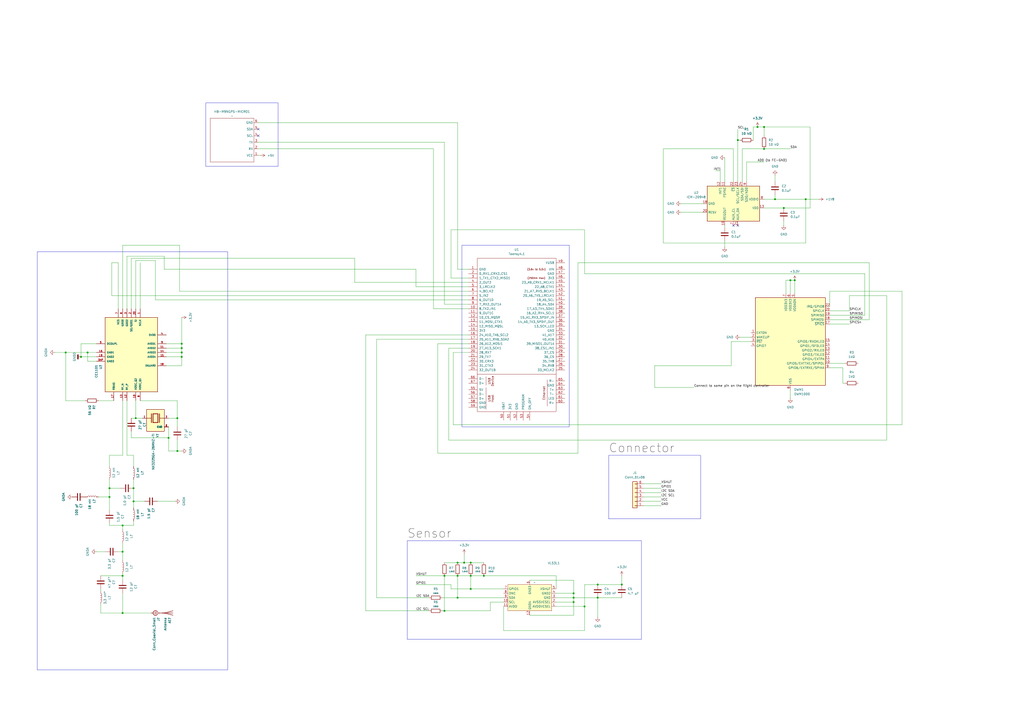
<source format=kicad_sch>
(kicad_sch (version 20231120) (generator "eeschema") (generator_version "8.0")
  (paper "A2")
  (lib_symbols
    (symbol "CC1101:CC1101" (pin_names (offset 1.016))
      (property "Reference" "U" (at 12.7103 -17.7944 0))
      (property "Value" "CC1101" (at 12.7068 -20.3308 0))
      (symbol "CC1101_0_0"
        (pin bidirectional line (at -25.4 5.08 0) (length 5.08) (name "SCLK") (number "1"))
        (pin bidirectional line (at 27.94 2.54 180) (length 5.08) (name "XOSC_Q2") (number "10"))
        (pin bidirectional line (at -2.54 20.32 270) (length 5.08) (name "AVDD2") (number "11"))
        (pin bidirectional line (at 27.94 -2.54 180) (length 5.08) (name "RF_P") (number "12"))
        (pin bidirectional line (at 27.94 -5.08 180) (length 5.08) (name "RF_N") (number "13"))
        (pin bidirectional line (at 0 20.32 270) (length 5.08) (name "AVDD3") (number "14"))
        (pin bidirectional line (at 2.54 20.32 270) (length 5.08) (name "AVDD4") (number "15"))
        (pin bidirectional line (at 0 -20.32 90) (length 5.08) (name "GND1") (number "16"))
        (pin bidirectional line (at 27.94 -10.16 180) (length 5.08) (name "RBIAS") (number "17"))
        (pin bidirectional line (at 7.62 20.32 270) (length 5.08) (name "DGUARD") (number "18"))
        (pin bidirectional line (at 2.54 -20.32 90) (length 5.08) (name "GND2") (number "19"))
        (pin bidirectional line (at -25.4 0 0) (length 5.08) (name "SO/GDO1") (number "2"))
        (pin bidirectional line (at -25.4 2.54 0) (length 5.08) (name "SI") (number "20"))
        (pin bidirectional line (at -25.4 -2.54 0) (length 5.08) (name "GDO2") (number "3"))
        (pin bidirectional line (at -10.16 20.32 270) (length 5.08) (name "DVDD") (number "4"))
        (pin bidirectional line (at -5.08 -20.32 90) (length 5.08) (name "DCOUPL") (number "5"))
        (pin bidirectional line (at -25.4 -5.08 0) (length 5.08) (name "GDO0") (number "6"))
        (pin bidirectional line (at -25.4 -7.62 0) (length 5.08) (name "NCS") (number "7"))
        (pin bidirectional line (at 27.94 5.08 180) (length 5.08) (name "XOSC_Q1") (number "8"))
        (pin bidirectional line (at -5.08 20.32 270) (length 5.08) (name "AVDD1") (number "9"))
        (pin bidirectional line (at 5.08 -20.32 90) (length 5.08) (name "GND3") (number "DAP"))
      )
    )
    (symbol "Connector:Conn_Coaxial_Small" (pin_numbers hide) (pin_names (offset 1.016) hide)
      (property "Reference" "J" (at 0.254 3.048 0))
      (property "Value" "Conn_Coaxial_Small" (at 0 -3.81 0))
      (symbol "Conn_Coaxial_Small_1_1"
        (pin passive line (at -2.54 0 0) (length 1.27) (name "In") (number "1"))
        (pin passive line (at 2.54 0 180) (length 1.27) (name "Ext") (number "2"))
      )
    )
    (symbol "Connector_Generic:Conn_01x06" (pin_names (offset 1.016) hide)
      (property "Reference" "J" (at 0 7.62 0))
      (property "Value" "Conn_01x06" (at 0 -10.16 0))
      (symbol "Conn_01x06_1_1"
        (pin passive line (at -5.08 5.08 0) (length 3.81) (name "Pin_1") (number "1"))
        (pin passive line (at -5.08 2.54 0) (length 3.81) (name "Pin_2") (number "2"))
        (pin passive line (at -5.08 0 0) (length 3.81) (name "Pin_3") (number "3"))
        (pin passive line (at -5.08 -2.54 0) (length 3.81) (name "Pin_4") (number "4"))
        (pin passive line (at -5.08 -5.08 0) (length 3.81) (name "Pin_5") (number "5"))
        (pin passive line (at -5.08 -7.62 0) (length 3.81) (name "Pin_6") (number "6"))
      )
    )
    (symbol "Device:Antenna" (pin_numbers hide) (pin_names (offset 1.016) hide)
      (property "Reference" "AE" (at -1.905 1.905 0))
      (property "Value" "Antenna" (at -1.905 0 0))
      (symbol "Antenna_1_1"
        (pin input line (at 0 -5.08 90) (length 2.54) (name "A") (number "1"))
      )
    )
    (symbol "Device:C" (pin_numbers hide) (pin_names (offset 0.254))
      (property "Reference" "C" (at 0.635 2.54 0))
      (property "Value" "C" (at 0.635 -2.54 0))
      (symbol "C_1_1"
        (pin passive line (at 0 3.81 270) (length 2.794) (name "~") (number "1"))
        (pin passive line (at 0 -3.81 90) (length 2.794) (name "~") (number "2"))
      )
    )
    (symbol "Device:L" (pin_numbers hide) (pin_names (offset 1.016) hide)
      (property "Reference" "L" (at -1.27 0 90))
      (property "Value" "L" (at 1.905 0 90))
      (symbol "L_1_1"
        (pin passive line (at 0 3.81 270) (length 1.27) (name "1") (number "1"))
        (pin passive line (at 0 -3.81 90) (length 1.27) (name "2") (number "2"))
      )
    )
    (symbol "Device:R" (pin_numbers hide) (pin_names (offset 0))
      (property "Reference" "R" (at 2.032 0 90))
      (property "Value" "R" (at 0 0 90))
      (symbol "R_1_1"
        (pin passive line (at 0 3.81 270) (length 1.27) (name "~") (number "1"))
        (pin passive line (at 0 -3.81 90) (length 1.27) (name "~") (number "2"))
      )
    )
    (symbol "NX3225GA-26MHZ-TI:NX3225GA-26MHZ-TI" (pin_names (offset 1.016))
      (property "Reference" "Y" (at -5.0878 6.3559 0))
      (property "Value" "NX3225GA-26MHZ-TI" (at -5.0944 -10.1744 0))
      (symbol "NX3225GA-26MHZ-TI_0_0"
        (pin passive line (at -7.62 0 0) (length 2.54) (name "~") (number "1"))
        (pin power_in line (at 7.62 -5.08 180) (length 2.54) (name "GND") (number "2"))
        (pin passive line (at 7.62 0 180) (length 2.54) (name "~") (number "3"))
        (pin power_in line (at 7.62 -5.08 180) (length 2.54) (name "GND") (number "4"))
      )
    )
    (symbol "RF_Module:DWM1000"
      (property "Reference" "DWM" (at -17.78 26.67 0))
      (property "Value" "DWM1000" (at 15.875 26.67 0))
      (symbol "DWM1000_1_1"
        (pin output line (at -22.86 5.08 0) (length 2.54) (name "EXTON") (number "1"))
        (pin bidirectional line (at 22.86 -12.7 180) (length 2.54) (name "GPIO5/EXTTXE/SPIPOL") (number "10"))
        (pin bidirectional line (at 22.86 -10.16 180) (length 2.54) (name "GPIO4/EXTPA") (number "11"))
        (pin bidirectional line (at 22.86 -7.62 180) (length 2.54) (name "GPIO3/TXLED") (number "12"))
        (pin bidirectional line (at 22.86 -5.08 180) (length 2.54) (name "GPIO2/RXLED") (number "13"))
        (pin bidirectional line (at 22.86 -2.54 180) (length 2.54) (name "GPIO1/SFDLED") (number "14"))
        (pin bidirectional line (at 22.86 0 180) (length 2.54) (name "GPIO0/RXOKLED") (number "15"))
        (pin passive line (at 0 -27.94 90) (length 2.54) hide (name "VSS") (number "16"))
        (pin input line (at 22.86 10.16 180) (length 2.54) (name "~{SPICS}") (number "17"))
        (pin input line (at 22.86 12.7 180) (length 2.54) (name "SPIMOSI") (number "18"))
        (pin output line (at 22.86 15.24 180) (length 2.54) (name "SPIMISO") (number "19"))
        (pin bidirectional line (at -22.86 2.54 0) (length 2.54) (name "WAKEUP") (number "2"))
        (pin input line (at 22.86 17.78 180) (length 2.54) (name "SPICLK") (number "20"))
        (pin passive line (at 0 -27.94 90) (length 2.54) hide (name "VSS") (number "21"))
        (pin bidirectional line (at 22.86 20.32 180) (length 2.54) (name "IRQ/GPIO8") (number "22"))
        (pin passive line (at 0 -27.94 90) (length 2.54) hide (name "VSS") (number "23"))
        (pin passive line (at 0 -27.94 90) (length 2.54) hide (name "VSS") (number "24"))
        (pin bidirectional line (at -22.86 0 0) (length 2.54) (name "~{RST}") (number "3"))
        (pin bidirectional line (at -22.86 -2.54 0) (length 2.54) (name "GPIO7") (number "4"))
        (pin power_in line (at 2.54 27.94 270) (length 2.54) (name "VDDAON") (number "5"))
        (pin power_in line (at 0 27.94 270) (length 2.54) (name "VDD3V3") (number "6"))
        (pin power_in line (at -2.54 27.94 270) (length 2.54) (name "VDD3V3") (number "7"))
        (pin power_in line (at 0 -27.94 90) (length 2.54) (name "VSS") (number "8"))
        (pin bidirectional line (at 22.86 -15.24 180) (length 2.54) (name "GPIO6/EXTRXE/SPIHA") (number "9"))
      )
    )
    (symbol "Sensor_Motion:ICM-20948"
      (property "Reference" "U1" (at -6.3186 -21.59 90))
      (property "Value" "ICM-20948" (at -3.7786 -21.59 90))
      (symbol "ICM-20948_1_1"
        (pin no_connect line (at -10.16 12.7 0) (length 2.54) hide (name "NC") (number "1"))
        (pin passive line (at 12.7 -5.08 180) (length 2.54) (name "REGOUT") (number "10"))
        (pin input line (at -12.7 -5.08 0) (length 2.54) (name "FSYNC") (number "11"))
        (pin output line (at -12.7 -7.62 0) (length 2.54) (name "INT1") (number "12"))
        (pin power_in line (at 2.54 17.78 270) (length 2.54) (name "VDD") (number "13"))
        (pin no_connect line (at 10.16 7.62 180) (length 2.54) hide (name "NC") (number "14"))
        (pin no_connect line (at 10.16 5.08 180) (length 2.54) hide (name "NC") (number "15"))
        (pin no_connect line (at 10.16 -7.62 180) (length 2.54) hide (name "NC") (number "16"))
        (pin no_connect line (at 10.16 -10.16 180) (length 2.54) hide (name "NC") (number "17"))
        (pin power_in line (at 0 -17.78 90) (length 2.54) (name "GND") (number "18"))
        (pin no_connect line (at 10.16 -12.7 180) (length 2.54) hide (name "RESV") (number "19"))
        (pin no_connect line (at -10.16 10.16 0) (length 2.54) hide (name "NC") (number "2"))
        (pin passive line (at 0 -17.78 90) (length 2.54) hide (name "GND") (number "20"))
        (pin output line (at 5.08 -17.78 90) (length 2.54) (name "RESV") (number "20"))
        (pin bidirectional line (at 12.7 2.54 180) (length 2.54) (name "AUX_DA") (number "21"))
        (pin input line (at -12.7 0 0) (length 2.54) (name "~{CS}") (number "22"))
        (pin input line (at -12.7 2.54 0) (length 2.54) (name "SCL/SCLK") (number "23"))
        (pin bidirectional line (at -12.7 5.08 0) (length 2.54) (name "SDA/SDI") (number "24"))
        (pin no_connect line (at -10.16 -2.54 0) (length 2.54) hide (name "NC") (number "3"))
        (pin no_connect line (at -10.16 -10.16 0) (length 2.54) hide (name "NC") (number "4"))
        (pin no_connect line (at -10.16 -12.7 0) (length 2.54) hide (name "NC") (number "5"))
        (pin no_connect line (at 10.16 10.16 180) (length 2.54) hide (name "NC") (number "6"))
        (pin output line (at 12.7 0 180) (length 2.54) (name "AUX_CL") (number "7"))
        (pin power_in line (at -2.54 17.78 270) (length 2.54) (name "VDDIO") (number "8"))
        (pin bidirectional line (at -12.7 7.62 0) (length 2.54) (name "SDO/AD0") (number "9"))
      )
    )
    (symbol "VCSEL:VL53L1_"
      (property "Reference" "VL53L1" (at -22.86 30.48 0))
      (symbol "VL53L1__1_1"
        (pin input line (at 15.24 -5.08 180) (length 2.54) (name "AVDDVCSEL") (number "1"))
        (pin input line (at -15.24 -2.54 0) (length 2.54) (name "SCL") (number "10"))
        (pin input line (at -15.24 -5.08 0) (length 2.54) (name "AVDD") (number "11"))
        (pin input line (at 0 -10.16 90) (length 2.54) (name "GND4") (number "12"))
        (pin input line (at 15.24 -2.54 180) (length 2.54) (name "AVSSVCSEL") (number "2"))
        (pin input line (at 15.24 0 180) (length 2.54) (name "GND") (number "3"))
        (pin input line (at 15.24 2.54 180) (length 2.54) (name "GND2") (number "4"))
        (pin input line (at 15.24 5.08 180) (length 2.54) (name "XSHUT") (number "5"))
        (pin input line (at 0 10.16 270) (length 2.54) (name "GND3") (number "6"))
        (pin output line (at -15.24 5.08 0) (length 2.54) (name "GPIO1") (number "7"))
        (pin input line (at -15.24 2.54 0) (length 2.54) (name "DNC") (number "8"))
        (pin bidirectional line (at -15.24 0 0) (length 2.54) (name "SDA") (number "9"))
      )
    )
    (symbol "addlSymbols:HolybroMicroM9N"
      (property "Reference" "HB-M9NGPS-MICRO" (at -1.016 -1.27 0))
      (symbol "HolybroMicroM9N_1_1"
        (pin input line (at -8.89 -15.24 90) (length 2.54) (name "VCC") (number "1"))
        (pin input line (at -5.08 -15.24 90) (length 2.54) (name "RX") (number "2"))
        (pin input line (at -1.27 -15.24 90) (length 2.54) (name "TX") (number "3"))
        (pin input line (at 2.54 -15.24 90) (length 2.54) (name "SCL") (number "4"))
        (pin input line (at 6.35 -15.24 90) (length 2.54) (name "SDA") (number "5"))
        (pin input line (at 10.16 -15.24 90) (length 2.54) (name "GND") (number "6"))
      )
    )
    (symbol "power:+1V8" (power) (pin_numbers hide) (pin_names (offset 0) hide)
      (property "Value" "+1V8" (at 0 3.556 0))
      (symbol "+1V8_1_1"
        (pin power_in line (at 0 0 90) (length 0) (name "~") (number "1"))
      )
    )
    (symbol "power:+3.3V" (power) (pin_numbers hide) (pin_names (offset 0) hide)
      (property "Value" "+3.3V" (at 0 3.556 0))
      (symbol "+3.3V_1_1"
        (pin power_in line (at 0 0 90) (length 0) (name "~") (number "1"))
      )
    )
    (symbol "power:+5V" (power) (pin_numbers hide) (pin_names (offset 0) hide)
      (property "Value" "+5V" (at 0 3.556 0))
      (symbol "+5V_1_1"
        (pin power_in line (at 0 0 90) (length 0) (name "~") (number "1"))
      )
    )
    (symbol "power:GND" (power) (pin_numbers hide) (pin_names (offset 0) hide)
      (property "Value" "GND" (at 0 -3.81 0))
      (symbol "GND_1_1"
        (pin power_in line (at 0 0 270) (length 0) (name "~") (number "1"))
      )
    )
    (symbol "power:GNDA" (power) (pin_numbers hide) (pin_names (offset 0) hide)
      (property "Value" "GNDA" (at 0 -3.81 0))
      (symbol "GNDA_1_1"
        (pin power_in line (at 0 0 270) (length 0) (name "~") (number "1"))
      )
    )
    (symbol "power:GNDD" (power) (pin_numbers hide) (pin_names (offset 0) hide)
      (property "Value" "GNDD" (at 0 -3.175 0))
      (symbol "GNDD_1_1"
        (pin power_in line (at 0 0 270) (length 0) (name "~") (number "1"))
      )
    )
    (symbol "teensy:Teensy4.1" (pin_names (offset 1.016))
      (property "Reference" "U" (at 0 64.77 0))
      (property "Value" "Teensy4.1" (at 0 62.23 0))
      (symbol "Teensy4.1_0_0"
        (text "(250mA max)" (at 11.43 49.53 0) (effects (font (size 1.016 1.016))))
        (text "(3.6v to 5.5v)" (at 11.43 54.61 0) (effects (font (size 1.016 1.016))))
        (text "Device" (at -13.97 -10.16 900) (effects (font (size 1.27 1.27))))
        (text "Ethernet" (at 15.875 -17.145 900) (effects (font (size 1.27 1.27))))
        (text "Host" (at -13.97 -20.32 900) (effects (font (size 1.27 1.27))))
        (text "USB" (at -15.875 -20.32 900) (effects (font (size 1.27 1.27))))
        (text "USB" (at -15.875 -10.16 900) (effects (font (size 1.27 1.27))))
        (pin bidirectional line (at -27.94 31.75 0) (length 5.08) (name "8_TX2_IN1") (number "10"))
        (pin bidirectional line (at -27.94 29.21 0) (length 5.08) (name "9_OUT1C") (number "11"))
        (pin bidirectional line (at -27.94 26.67 0) (length 5.08) (name "10_CS_MQSR") (number "12"))
        (pin bidirectional line (at -27.94 24.13 0) (length 5.08) (name "11_MOSI_CTX1") (number "13"))
        (pin bidirectional line (at -27.94 21.59 0) (length 5.08) (name "12_MISO_MQSL") (number "14"))
        (pin power_in line (at -27.94 19.05 0) (length 5.08) (name "3V3") (number "15"))
        (pin bidirectional line (at -27.94 16.51 0) (length 5.08) (name "24_A10_TX6_SCL2") (number "16"))
        (pin bidirectional line (at -27.94 13.97 0) (length 5.08) (name "25_A11_RX6_SDA2") (number "17"))
        (pin bidirectional line (at -27.94 11.43 0) (length 5.08) (name "26_A12_MOSI1") (number "18"))
        (pin bidirectional line (at -27.94 8.89 0) (length 5.08) (name "27_A13_SCK1") (number "19"))
        (pin bidirectional line (at -27.94 6.35 0) (length 5.08) (name "28_RX7") (number "20"))
        (pin bidirectional line (at -27.94 3.81 0) (length 5.08) (name "29_TX7") (number "21"))
        (pin bidirectional line (at -27.94 1.27 0) (length 5.08) (name "30_CRX3") (number "22"))
        (pin bidirectional line (at -27.94 -1.27 0) (length 5.08) (name "31_CTX3") (number "23"))
        (pin bidirectional line (at -27.94 -3.81 0) (length 5.08) (name "32_OUT1B") (number "24"))
        (pin bidirectional line (at 27.94 -3.81 180) (length 5.08) (name "33_MCLK2") (number "25"))
        (pin bidirectional line (at 27.94 -1.27 180) (length 5.08) (name "34_RX8") (number "26"))
        (pin bidirectional line (at 27.94 1.27 180) (length 5.08) (name "35_TX8") (number "27"))
        (pin bidirectional line (at 27.94 3.81 180) (length 5.08) (name "36_CS") (number "28"))
        (pin bidirectional line (at 27.94 6.35 180) (length 5.08) (name "37_CS") (number "29"))
        (pin bidirectional line (at 27.94 8.89 180) (length 5.08) (name "38_CS1_IN1") (number "30"))
        (pin bidirectional line (at 27.94 11.43 180) (length 5.08) (name "39_MISO1_OUT1A") (number "31"))
        (pin bidirectional line (at 27.94 13.97 180) (length 5.08) (name "40_A16") (number "32"))
        (pin bidirectional line (at 27.94 16.51 180) (length 5.08) (name "41_A17") (number "33"))
        (pin bidirectional line (at 27.94 21.59 180) (length 5.08) (name "13_SCK_LED") (number "35"))
        (pin bidirectional line (at 27.94 24.13 180) (length 5.08) (name "14_A0_TX3_SPDIF_OUT") (number "36"))
        (pin bidirectional line (at 27.94 26.67 180) (length 5.08) (name "15_A1_RX3_SPDIF_IN") (number "37"))
        (pin bidirectional line (at 27.94 29.21 180) (length 5.08) (name "16_A2_RX4_SCL1") (number "38"))
        (pin bidirectional line (at 27.94 31.75 180) (length 5.08) (name "17_A3_TX4_SDA1") (number "39"))
        (pin bidirectional line (at 27.94 34.29 180) (length 5.08) (name "18_A4_SDA") (number "40"))
        (pin bidirectional line (at 27.94 36.83 180) (length 5.08) (name "19_A5_SCL") (number "41"))
        (pin bidirectional line (at 27.94 39.37 180) (length 5.08) (name "20_A6_TX5_LRCLK1") (number "42"))
        (pin bidirectional line (at 27.94 41.91 180) (length 5.08) (name "21_A7_RX5_BCLK1") (number "43"))
        (pin bidirectional line (at 27.94 44.45 180) (length 5.08) (name "22_A8_CTX1") (number "44"))
        (pin bidirectional line (at 27.94 46.99 180) (length 5.08) (name "23_A9_CRX1_MCLK1") (number "45"))
        (pin output line (at 27.94 49.53 180) (length 5.08) (name "3V3") (number "46"))
        (pin output line (at 27.94 52.07 180) (length 5.08) (name "GND") (number "47"))
        (pin power_in line (at 27.94 54.61 180) (length 5.08) (name "VIN") (number "48"))
        (pin power_out line (at 27.94 58.42 180) (length 5.08) (name "VUSB") (number "49"))
        (pin bidirectional line (at -27.94 44.45 0) (length 5.08) (name "3_LRCLK2") (number "5"))
        (pin power_in line (at -7.62 -33.02 90) (length 5.08) (name "VBAT") (number "50"))
        (pin power_in line (at -3.81 -33.02 90) (length 5.08) (name "3V3") (number "51"))
        (pin input line (at 0 -33.02 90) (length 5.08) (name "GND") (number "52"))
        (pin input line (at 3.81 -33.02 90) (length 5.08) (name "PROGRAM") (number "53"))
        (pin input line (at 7.62 -33.02 90) (length 5.08) (name "ON_OFF") (number "54"))
        (pin power_out line (at -27.94 -15.24 0) (length 5.08) (name "5V") (number "55"))
        (pin bidirectional line (at -27.94 -17.78 0) (length 5.08) (name "D-") (number "56"))
        (pin bidirectional line (at -27.94 -20.32 0) (length 5.08) (name "D+") (number "57"))
        (pin power_in line (at -27.94 -22.86 0) (length 5.08) (name "GND") (number "58"))
        (pin power_in line (at -27.94 -25.4 0) (length 5.08) (name "GND") (number "59"))
        (pin bidirectional line (at -27.94 41.91 0) (length 5.08) (name "4_BCLK2") (number "6"))
        (pin bidirectional line (at 27.94 -22.86 180) (length 5.08) (name "R+") (number "60"))
        (pin bidirectional line (at 27.94 -20.32 180) (length 5.08) (name "LED") (number "61"))
        (pin bidirectional line (at 27.94 -17.78 180) (length 5.08) (name "T-") (number "62"))
        (pin bidirectional line (at 27.94 -15.24 180) (length 5.08) (name "T+") (number "63"))
        (pin power_in line (at 27.94 -12.7 180) (length 5.08) (name "GND") (number "64"))
        (pin bidirectional line (at 27.94 -10.16 180) (length 5.08) (name "R-") (number "65"))
        (pin bidirectional line (at -27.94 -8.89 0) (length 5.08) (name "D-") (number "66"))
        (pin bidirectional line (at -27.94 -11.43 0) (length 5.08) (name "D+") (number "67"))
        (pin bidirectional line (at -27.94 39.37 0) (length 5.08) (name "5_IN2") (number "7"))
        (pin bidirectional line (at -27.94 36.83 0) (length 5.08) (name "6_OUT1D") (number "8"))
        (pin bidirectional line (at -27.94 34.29 0) (length 5.08) (name "7_RX2_OUT1A") (number "9"))
      )
      (symbol "Teensy4.1_1_1"
        (pin power_in line (at -27.94 54.61 0) (length 5.08) (name "GND") (number "1"))
        (pin bidirectional line (at -27.94 52.07 0) (length 5.08) (name "0_RX1_CRX2_CS1") (number "2"))
        (pin bidirectional line (at -27.94 49.53 0) (length 5.08) (name "1_TX1_CTX2_MISO1") (number "3"))
        (pin power_in line (at 27.94 19.05 180) (length 5.08) (name "GND") (number "34"))
        (pin bidirectional line (at -27.94 46.99 0) (length 5.08) (name "2_OUT2") (number "4"))
      )
    )
  )
  (junction (at 458.47 162.56))
  (junction (at 265.43 326.39))
  (junction (at 97.79 254))
  (junction (at 280.67 334.01))
  (junction (at 273.05 334.01))
  (junction (at 257.81 334.01))
  (junction (at 71.12 355.6))
  (junction (at 273.05 326.39))
  (junction (at 71.12 304.8))
  (junction (at 443.23 73.66))
  (junction (at 269.24 326.39))
  (junction (at 346.71 339.09))
  (junction (at 105.41 199.39))
  (junction (at 71.12 334.01))
  (junction (at 273.05 341.63))
  (junction (at 63.5 283.21))
  (junction (at 38.1 204.47))
  (junction (at 346.71 346.71))
  (junction (at 332.74 344.17))
  (junction (at 77.47 283.21))
  (junction (at 449.58 115.57))
  (junction (at 63.5 288.29))
  (junction (at 46.99 207.01))
  (junction (at 339.09 351.79))
  (junction (at 467.36 115.57))
  (junction (at 332.74 346.71))
  (junction (at 50.8 204.47))
  (junction (at 461.01 162.56))
  (junction (at 454.66 120.65))
  (junction (at 265.43 346.71))
  (junction (at 77.47 290.83))
  (junction (at 332.74 349.25))
  (junction (at 443.23 86.36))
  (junction (at 427.99 81.28))
  (junction (at 71.12 320.04))
  (junction (at 102.87 261.62))
  (junction (at 360.68 339.09))
  (junction (at 78.74 242.57))
  (junction (at 265.43 334.01))
  (junction (at 257.81 354.33))
  (junction (at 105.41 204.47))
  (junction (at 439.42 73.66))
  (junction (at 105.41 207.01))
  (junction (at 102.87 242.57))
  (junction (at 105.41 201.93))
  (no_connect (at 149.86 78.74))
  (no_connect (at 427.99 130.81))
  (no_connect (at 149.86 74.93))
  (no_connect (at 425.45 130.81))
  (wire (pts (xy 449.58 101.6) (xy 449.58 105.41)))
  (wire (pts (xy 420.37 130.81) (xy 420.37 132.08)))
  (wire (pts (xy 55.88 204.47) (xy 50.8 204.47)))
  (wire (pts (xy 262.89 204.47) (xy 271.78 204.47)))
  (wire (pts (xy 439.42 73.66) (xy 443.23 73.66)))
  (wire (pts (xy 81.28 232.41) (xy 102.87 232.41)))
  (wire (pts (xy 218.44 196.85) (xy 271.78 196.85)))
  (wire (pts (xy 50.8 209.55) (xy 50.8 204.47)))
  (wire (pts (xy 430.53 86.36) (xy 443.23 86.36)))
  (wire (pts (xy 373.38 283.21) (xy 383.54 283.21)))
  (wire (pts (xy 467.36 140.97) (xy 384.81 140.97)))
  (wire (pts (xy 78.74 232.41) (xy 78.74 242.57)))
  (wire (pts (xy 335.28 152.4) (xy 335.28 262.89)))
  (wire (pts (xy 346.71 339.09) (xy 360.68 339.09)))
  (wire (pts (xy 262.89 246.38) (xy 262.89 204.47)))
  (wire (pts (xy 64.77 171.45) (xy 271.78 171.45)))
  (wire (pts (xy 78.74 242.57) (xy 82.55 242.57)))
  (wire (pts (xy 292.1 346.71) (xy 265.43 346.71)))
  (wire (pts (xy 63.5 288.29) (xy 57.15 288.29)))
  (wire (pts (xy 38.1 204.47) (xy 31.75 204.47)))
  (wire (pts (xy 260.35 201.93) (xy 271.78 201.93)))
  (wire (pts (xy 373.38 285.75) (xy 383.54 285.75)))
  (wire (pts (xy 77.47 304.8) (xy 71.12 304.8)))
  (wire (pts (xy 488.95 222.25) (xy 488.95 213.36)))
  (wire (pts (xy 212.09 194.31) (xy 271.78 194.31)))
  (wire (pts (xy 427.99 81.28) (xy 427.99 105.41)))
  (wire (pts (xy 458.47 226.06) (xy 458.47 231.14)))
  (wire (pts (xy 523.24 168.91) (xy 523.24 246.38)))
  (wire (pts (xy 71.12 314.96) (xy 71.12 320.04)))
  (wire (pts (xy 76.2 254) (xy 76.2 250.19)))
  (wire (pts (xy 420.37 139.7) (xy 420.37 143.51)))
  (wire (pts (xy 73.66 264.16) (xy 77.47 264.16)))
  (wire (pts (xy 420.37 91.44) (xy 420.37 105.41)))
  (wire (pts (xy 458.47 170.18) (xy 458.47 162.56)))
  (wire (pts (xy 415.29 99.06) (xy 417.83 99.06)))
  (wire (pts (xy 481.33 210.82) (xy 490.22 210.82)))
  (wire (pts (xy 269.24 326.39) (xy 273.05 326.39)))
  (wire (pts (xy 60.96 320.04) (xy 55.88 320.04)))
  (wire (pts (xy 105.41 184.15) (xy 105.41 199.39)))
  (wire (pts (xy 71.12 304.8) (xy 71.12 307.34)))
  (wire (pts (xy 346.71 346.71) (xy 360.68 346.71)))
  (wire (pts (xy 251.46 86.36) (xy 251.46 179.07)))
  (wire (pts (xy 292.1 341.63) (xy 273.05 341.63)))
  (wire (pts (xy 454.66 120.65) (xy 469.9 120.65)))
  (wire (pts (xy 322.58 344.17) (xy 332.74 344.17)))
  (wire (pts (xy 105.41 199.39) (xy 105.41 201.93)))
  (wire (pts (xy 102.87 242.57) (xy 102.87 247.65)))
  (wire (pts (xy 481.33 177.8) (xy 481.33 168.91)))
  (wire (pts (xy 90.17 173.99) (xy 271.78 173.99)))
  (wire (pts (xy 49.53 232.41) (xy 38.1 232.41)))
  (wire (pts (xy 102.87 232.41) (xy 102.87 242.57)))
  (wire (pts (xy 443.23 86.36) (xy 458.47 86.36)))
  (wire (pts (xy 97.79 254) (xy 97.79 261.62)))
  (wire (pts (xy 449.58 115.57) (xy 449.58 113.03)))
  (wire (pts (xy 95.25 156.21) (xy 241.3 156.21)))
  (wire (pts (xy 488.95 222.25) (xy 490.22 222.25)))
  (wire (pts (xy 307.34 336.55) (xy 332.74 336.55)))
  (wire (pts (xy 260.35 255.27) (xy 260.35 201.93)))
  (wire (pts (xy 443.23 115.57) (xy 449.58 115.57)))
  (wire (pts (xy 488.95 213.36) (xy 481.33 213.36)))
  (wire (pts (xy 273.05 341.63) (xy 261.62 341.63)))
  (wire (pts (xy 261.62 161.29) (xy 271.78 161.29)))
  (wire (pts (xy 77.47 302.26) (xy 77.47 304.8)))
  (wire (pts (xy 71.12 304.8) (xy 63.5 304.8)))
  (wire (pts (xy 218.44 346.71) (xy 248.92 346.71)))
  (wire (pts (xy 50.8 204.47) (xy 38.1 204.47)))
  (wire (pts (xy 514.35 171.45) (xy 514.35 255.27)))
  (wire (pts (xy 105.41 201.93) (xy 105.41 204.47)))
  (wire (pts (xy 481.33 185.42) (xy 504.19 185.42)))
  (wire (pts (xy 265.43 346.71) (xy 265.43 334.01)))
  (wire (pts (xy 73.66 232.41) (xy 73.66 264.16)))
  (wire (pts (xy 284.48 354.33) (xy 257.81 354.33)))
  (wire (pts (xy 384.81 86.36) (xy 425.45 86.36)))
  (wire (pts (xy 105.41 207.01) (xy 105.41 212.09)))
  (wire (pts (xy 105.41 207.01) (xy 96.52 207.01)))
  (wire (pts (xy 63.5 283.21) (xy 63.5 288.29)))
  (wire (pts (xy 458.47 162.56) (xy 461.01 162.56)))
  (wire (pts (xy 467.36 115.57) (xy 474.98 115.57)))
  (wire (pts (xy 87.63 355.6) (xy 71.12 355.6)))
  (wire (pts (xy 58.42 341.63) (xy 58.42 342.9)))
  (wire (pts (xy 257.81 326.39) (xy 265.43 326.39)))
  (wire (pts (xy 149.86 82.55) (xy 257.81 82.55)))
  (wire (pts (xy 149.86 90.17) (xy 151.13 90.17)))
  (wire (pts (xy 455.93 170.18) (xy 455.93 162.56)))
  (wire (pts (xy 63.5 304.8) (xy 63.5 303.53)))
  (wire (pts (xy 105.41 204.47) (xy 96.52 204.47)))
  (wire (pts (xy 257.81 334.01) (xy 257.81 354.33)))
  (wire (pts (xy 58.42 350.52) (xy 58.42 355.6)))
  (wire (pts (xy 273.05 326.39) (xy 280.67 326.39)))
  (wire (pts (xy 332.74 344.17) (xy 332.74 346.71)))
  (wire (pts (xy 76.2 149.86) (xy 76.2 179.07)))
  (wire (pts (xy 104.14 142.24) (xy 104.14 168.91)))
  (wire (pts (xy 81.28 152.4) (xy 81.28 179.07)))
  (wire (pts (xy 265.43 326.39) (xy 269.24 326.39)))
  (wire (pts (xy 449.58 115.57) (xy 467.36 115.57)))
  (wire (pts (xy 384.81 140.97) (xy 384.81 86.36)))
  (wire (pts (xy 339.09 133.35) (xy 261.62 133.35)))
  (wire (pts (xy 454.66 128.27) (xy 454.66 130.81)))
  (wire (pts (xy 101.6 290.83) (xy 91.44 290.83)))
  (wire (pts (xy 373.38 290.83) (xy 383.54 290.83)))
  (wire (pts (xy 322.58 334.01) (xy 280.67 334.01)))
  (wire (pts (xy 332.74 336.55) (xy 332.74 344.17)))
  (wire (pts (xy 71.12 264.16) (xy 63.5 264.16)))
  (wire (pts (xy 492.76 171.45) (xy 514.35 171.45)))
  (wire (pts (xy 427.99 74.93) (xy 427.99 81.28)))
  (wire (pts (xy 73.66 148.59) (xy 73.66 179.07)))
  (wire (pts (xy 436.88 73.66) (xy 436.88 81.28)))
  (wire (pts (xy 307.34 356.87) (xy 332.74 356.87)))
  (wire (pts (xy 71.12 320.04) (xy 71.12 325.12)))
  (wire (pts (xy 481.33 168.91) (xy 523.24 168.91)))
  (wire (pts (xy 205.74 163.83) (xy 271.78 163.83)))
  (wire (pts (xy 105.41 199.39) (xy 96.52 199.39)))
  (wire (pts (xy 73.66 148.59) (xy 95.25 148.59)))
  (wire (pts (xy 461.01 162.56) (xy 461.01 170.18)))
  (wire (pts (xy 481.33 180.34) (xy 492.76 180.34)))
  (wire (pts (xy 425.45 86.36) (xy 425.45 105.41)))
  (wire (pts (xy 71.12 344.17) (xy 71.12 355.6)))
  (wire (pts (xy 265.43 156.21) (xy 271.78 156.21)))
  (wire (pts (xy 55.88 209.55) (xy 50.8 209.55)))
  (wire (pts (xy 254 199.39) (xy 271.78 199.39)))
  (wire (pts (xy 77.47 290.83) (xy 77.47 294.64)))
  (wire (pts (xy 241.3 339.09) (xy 261.62 339.09)))
  (wire (pts (xy 71.12 334.01) (xy 71.12 336.55)))
  (wire (pts (xy 212.09 354.33) (xy 212.09 194.31)))
  (wire (pts (xy 64.77 152.4) (xy 64.77 171.45)))
  (wire (pts (xy 71.12 355.6) (xy 58.42 355.6)))
  (wire (pts (xy 523.24 246.38) (xy 262.89 246.38)))
  (wire (pts (xy 76.2 149.86) (xy 205.74 149.86)))
  (wire (pts (xy 66.04 232.41) (xy 57.15 232.41)))
  (wire (pts (xy 102.87 261.62) (xy 97.79 261.62)))
  (wire (pts (xy 257.81 334.01) (xy 265.43 334.01)))
  (wire (pts (xy 55.88 199.39) (xy 46.99 199.39)))
  (wire (pts (xy 97.79 254) (xy 76.2 254)))
  (wire (pts (xy 265.43 71.12) (xy 265.43 156.21)))
  (wire (pts (xy 424.18 198.12) (xy 435.61 198.12)))
  (wire (pts (xy 436.88 73.66) (xy 439.42 73.66)))
  (wire (pts (xy 46.99 199.39) (xy 46.99 207.01)))
  (wire (pts (xy 78.74 151.13) (xy 90.17 151.13)))
  (wire (pts (xy 339.09 339.09) (xy 346.71 339.09)))
  (wire (pts (xy 218.44 196.85) (xy 218.44 346.71)))
  (wire (pts (xy 212.09 354.33) (xy 248.92 354.33)))
  (wire (pts (xy 443.23 120.65) (xy 454.66 120.65)))
  (wire (pts (xy 481.33 182.88) (xy 501.65 182.88)))
  (wire (pts (xy 257.81 176.53) (xy 271.78 176.53)))
  (wire (pts (xy 63.5 288.29) (xy 63.5 295.91)))
  (wire (pts (xy 433.07 93.98) (xy 443.23 93.98)))
  (wire (pts (xy 504.19 152.4) (xy 335.28 152.4)))
  (wire (pts (xy 71.12 142.24) (xy 71.12 179.07)))
  (wire (pts (xy 77.47 264.16) (xy 77.47 270.51)))
  (wire (pts (xy 429.26 195.58) (xy 435.61 195.58)))
  (wire (pts (xy 261.62 339.09) (xy 261.62 341.63)))
  (wire (pts (xy 77.47 283.21) (xy 77.47 290.83)))
  (wire (pts (xy 71.12 320.04) (xy 68.58 320.04)))
  (wire (pts (xy 346.71 346.71) (xy 346.71 358.14)))
  (wire (pts (xy 241.3 156.21) (xy 241.3 166.37)))
  (wire (pts (xy 417.83 99.06) (xy 417.83 105.41)))
  (wire (pts (xy 332.74 356.87) (xy 332.74 349.25)))
  (wire (pts (xy 71.12 332.74) (xy 71.12 334.01)))
  (wire (pts (xy 105.41 201.93) (xy 96.52 201.93)))
  (wire (pts (xy 292.1 349.25) (xy 284.48 349.25)))
  (wire (pts (xy 254 262.89) (xy 254 199.39)))
  (wire (pts (xy 257.81 82.55) (xy 257.81 176.53)))
  (wire (pts (xy 68.58 152.4) (xy 68.58 179.07)))
  (wire (pts (xy 269.24 321.31) (xy 269.24 326.39)))
  (wire (pts (xy 105.41 212.09) (xy 96.52 212.09)))
  (wire (pts (xy 430.53 86.36) (xy 430.53 105.41)))
  (wire (pts (xy 332.74 349.25) (xy 332.74 346.71)))
  (wire (pts (xy 63.5 264.16) (xy 63.5 270.51)))
  (wire (pts (xy 322.58 349.25) (xy 332.74 349.25)))
  (wire (pts (xy 38.1 232.41) (xy 38.1 204.47)))
  (wire (pts (xy 90.17 151.13) (xy 90.17 173.99)))
  (wire (pts (xy 292.1 351.79) (xy 292.1 365.76)))
  (wire (pts (xy 69.85 283.21) (xy 63.5 283.21)))
  (wire (pts (xy 379.73 212.09) (xy 379.73 224.79)))
  (wire (pts (xy 265.43 334.01) (xy 273.05 334.01)))
  (wire (pts (xy 379.73 224.79) (xy 402.59 224.79)))
  (wire (pts (xy 394.97 118.11) (xy 407.67 118.11)))
  (wire (pts (xy 102.87 255.27) (xy 102.87 261.62)))
  (wire (pts (xy 394.97 123.19) (xy 407.67 123.19)))
  (wire (pts (xy 335.28 262.89) (xy 254 262.89)))
  (wire (pts (xy 373.38 293.37) (xy 383.54 293.37)))
  (wire (pts (xy 514.35 255.27) (xy 260.35 255.27)))
  (wire (pts (xy 339.09 351.79) (xy 339.09 339.09)))
  (wire (pts (xy 105.41 204.47) (xy 105.41 207.01)))
  (wire (pts (xy 68.58 152.4) (xy 64.77 152.4)))
  (wire (pts (xy 322.58 351.79) (xy 339.09 351.79)))
  (wire (pts (xy 71.12 232.41) (xy 71.12 264.16)))
  (wire (pts (xy 78.74 151.13) (xy 78.74 179.07)))
  (wire (pts (xy 504.19 185.42) (xy 504.19 152.4)))
  (wire (pts (xy 105.41 261.62) (xy 102.87 261.62)))
  (wire (pts (xy 77.47 278.13) (xy 77.47 283.21)))
  (wire (pts (xy 261.62 133.35) (xy 261.62 161.29)))
  (wire (pts (xy 339.09 365.76) (xy 339.09 351.79)))
  (wire (pts (xy 76.2 242.57) (xy 78.74 242.57)))
  (wire (pts (xy 501.65 182.88) (xy 501.65 158.75)))
  (wire (pts (xy 256.54 354.33) (xy 257.81 354.33)))
  (wire (pts (xy 339.09 158.75) (xy 339.09 133.35)))
  (wire (pts (xy 95.25 148.59) (xy 95.25 156.21)))
  (wire (pts (xy 71.12 142.24) (xy 104.14 142.24)))
  (wire (pts (xy 424.18 212.09) (xy 424.18 198.12)))
  (wire (pts (xy 467.36 115.57) (xy 467.36 140.97)))
  (wire (pts (xy 83.82 290.83) (xy 77.47 290.83)))
  (wire (pts (xy 373.38 280.67) (xy 383.54 280.67)))
  (wire (pts (xy 501.65 158.75) (xy 339.09 158.75)))
  (wire (pts (xy 273.05 334.01) (xy 280.67 334.01)))
  (wire (pts (xy 205.74 149.86) (xy 205.74 163.83)))
  (wire (pts (xy 433.07 105.41) (xy 433.07 93.98)))
  (wire (pts (xy 284.48 349.25) (xy 284.48 354.33)))
  (wire (pts (xy 322.58 341.63) (xy 322.58 334.01)))
  (wire (pts (xy 71.12 334.01) (xy 58.42 334.01)))
  (wire (pts (xy 455.93 162.56) (xy 458.47 162.56)))
  (wire (pts (xy 492.76 180.34) (xy 492.76 171.45)))
  (wire (pts (xy 102.87 242.57) (xy 97.79 242.57)))
  (wire (pts (xy 55.88 207.01) (xy 46.99 207.01)))
  (wire (pts (xy 104.14 168.91) (xy 271.78 168.91)))
  (wire (pts (xy 469.9 73.66) (xy 469.9 120.65)))
  (wire (pts (xy 149.86 71.12) (xy 265.43 71.12)))
  (wire (pts (xy 292.1 365.76) (xy 339.09 365.76)))
  (wire (pts (xy 273.05 341.63) (xy 273.05 334.01)))
  (wire (pts (xy 63.5 278.13) (xy 63.5 283.21)))
  (wire (pts (xy 429.26 81.28) (xy 427.99 81.28)))
  (wire (pts (xy 322.58 346.71) (xy 332.74 346.71)))
  (wire (pts (xy 443.23 78.74) (xy 443.23 73.66)))
  (wire (pts (xy 241.3 334.01) (xy 257.81 334.01)))
  (wire (pts (xy 149.86 86.36) (xy 251.46 86.36)))
  (wire (pts (xy 256.54 346.71) (xy 265.43 346.71)))
  (wire (pts (xy 97.79 247.65) (xy 97.79 254)))
  (wire (pts (xy 373.38 288.29) (xy 383.54 288.29)))
  (wire (pts (xy 241.3 166.37) (xy 271.78 166.37)))
  (wire (pts (xy 443.23 73.66) (xy 469.9 73.66)))
  (wire (pts (xy 332.74 346.71) (xy 346.71 346.71)))
  (wire (pts (xy 251.46 179.07) (xy 271.78 179.07)))
  (wire (pts (xy 360.68 334.01) (xy 360.68 339.09)))
  (wire (pts (xy 379.73 212.09) (xy 424.18 212.09)))
  (wire (pts (xy 481.33 187.96) (xy 492.76 187.96)))
  (rectangle (start 236.22 313.69) (end 372.11 370.84))
  (rectangle (start 21.59 146.05) (end 132.08 388.62))
  (rectangle (start 267.97 142.24) (end 330.2 247.65))
  (rectangle (start 119.38 59.69) (end 161.29 96.52))
  (rectangle (start 353.06 264.16) (end 406.4 300.99))
  (label "SPICLK" (at 492.76 180.34 0))
  (label "GPIO1" (at 383.54 283.21 0))
  (label "SPICSn" (at 492.76 187.96 0))
  (label "AD0 (to FC-GND)" (at 439.42 93.98 0))
  (label "XSHUT" (at 383.54 280.67 0))
  (label "GND" (at 383.54 293.37 0))
  (label "I2C SCL" (at 383.54 288.29 0))
  (label "GPIO1" (at 241.3 339.09 0))
  (label "SPIMOSI" (at 492.76 185.42 0))
  (label "XSHUT" (at 241.3 334.01 0))
  (label "SPIMISO" (at 492.76 182.88 0))
  (label "Sensor" (at 236.22 313.69 0) (effects (font (size 5.08 5.08))))
  (label "VCC" (at 383.54 290.83 0))
  (label "SDA" (at 458.47 86.36 0))
  (label "I2C SDA" (at 241.3 346.71 0))
  (label "SCL" (at 427.99 74.93 0))
  (label "I2C SCL" (at 241.3 354.33 0))
  (label "I2C SDA" (at 383.54 285.75 0))
  (label "INT1" (at 414.02 99.06 0))
  (label "Connect to some pin on the flight controller" (at 402.59 224.79 0))
  (label "Connector" (at 353.06 264.16 0) (effects (font (size 5.08 5.08))))
  (symbol (lib_id "Device:L") (at 71.12 311.15 0) (unit 1)
    (property "Reference" "L?" (at 76.2 311.15 90))
    (property "Value" "12 nH" (at 73.66 311.15 90))
    (property "Description" "Inductor" (effects (hide yes)))
  )
  (symbol (lib_id "Device:C") (at 420.37 135.89 0) (unit 1)
    (property "Reference" "C1" (at 424.18 134.6199 0) (effects (justify left)))
    (property "Value" "0.1µF" (at 424.18 137.1599 0) (effects (justify left)))
    (property "Description" "Unpolarized capacitor" (effects (hide yes)))
  )
  (symbol (lib_id "Device:R") (at 252.73 346.71 90) (unit 1)
    (property "Reference" "R5" (at 252.73 341.63 90))
    (property "Value" "100Ω" (at 252.73 344.17 90) (effects (font (size 0.762 0.762))))
    (property "Description" "Resistor" (effects (hide yes)))
  )
  (symbol (lib_id "power:GND") (at 454.66 130.81 0) (unit 1)
    (property "Reference" "#PWR08" (effects (hide yes)))
    (property "Value" "GND" (at 454.66 135.89 0))
    (property "Description" "Power symbol creates a global label with name \"GND\" , ground" (effects (hide yes)))
  )
  (symbol (lib_id "Device:R") (at 265.43 330.2 0) (unit 1)
    (property "Reference" "R8" (at 267.97 329.5649 0) (effects (justify left)))
    (property "Value" "1.5kΩ" (at 267.97 331.47 0) (effects (font (size 0.762 0.762)) (justify left)))
    (property "Description" "Resistor" (effects (hide yes)))
  )
  (symbol (lib_id "Device:C") (at 87.63 290.83 270) (unit 1)
    (property "Reference" "C?" (at 88.9001 294.64 0) (effects (justify left)))
    (property "Value" "1.5 pF" (at 86.3601 294.64 0) (effects (justify left)))
    (property "Description" "Unpolarized capacitor" (effects (hide yes)))
  )
  (symbol (lib_id "Connector:Conn_Coaxial_Small") (at 90.17 355.6 180) (unit 1)
    (property "Reference" "J?" (at 91.9597 358.14 90) (effects (justify left)))
    (property "Value" "Conn_Coaxial_Small" (at 89.4197 358.14 90) (effects (justify left)))
    (property "Description" "small coaxial connector (BNC, SMA, SMB, SMC, Cinch/RCA, LEMO, ...)" (effects (hide yes)))
  )
  (symbol (lib_id "Device:C") (at 71.12 340.36 0) (unit 1)
    (property "Reference" "C?" (at 78.74 340.36 90))
    (property "Value" "12 pF" (at 76.2 340.36 90))
    (property "Description" "Unpolarized capacitor" (effects (hide yes)))
  )
  (symbol (lib_id "Device:R") (at 252.73 354.33 90) (unit 1)
    (property "Reference" "R6" (at 252.73 349.25 90))
    (property "Value" "100Ω" (at 252.73 351.79 90) (effects (font (size 0.762 0.762))))
    (property "Description" "Resistor" (effects (hide yes)))
  )
  (symbol (lib_id "Device:L") (at 58.42 346.71 0) (unit 1)
    (property "Reference" "L?" (at 63.5 346.71 90))
    (property "Value" "3.3 nH*" (at 60.96 346.71 90))
    (property "Description" "Inductor" (effects (hide yes)))
  )
  (symbol (lib_id "power:GND") (at 420.37 143.51 0) (unit 1)
    (property "Reference" "#PWR05" (effects (hide yes)))
    (property "Value" "GND" (at 420.37 148.59 0))
    (property "Description" "Power symbol creates a global label with name \"GND\" , ground" (effects (hide yes)))
  )
  (symbol (lib_id "Device:C") (at 346.71 342.9 0) (unit 1)
    (property "Reference" "C4" (at 350.52 341.6299 0) (effects (justify left)))
    (property "Value" "100 nF" (at 350.52 344.1699 0) (effects (justify left)))
    (property "Description" "Unpolarized capacitor" (effects (hide yes)))
  )
  (symbol (lib_id "Device:C") (at 63.5 299.72 180) (unit 1)
    (property "Reference" "C?" (at 71.12 299.72 90))
    (property "Value" "1.5 pF" (at 68.58 299.72 90))
    (property "Description" "Unpolarized capacitor" (effects (hide yes)))
  )
  (symbol (lib_id "addlSymbols:HolybroMicroM9N") (at 134.62 81.28 90) (unit 1)
    (property "Reference" "HB-M9NGPS-MICRO1" (at 134.62 64.77 90))
    (property "Value" "~" (at 134.62 67.31 90))
  )
  (symbol (lib_id "power:GND") (at 429.26 195.58 270) (unit 1)
    (property "Reference" "#PWR010" (effects (hide yes)))
    (property "Value" "GND" (at 425.45 195.5799 90) (effects (justify right)))
    (property "Description" "Power symbol creates a global label with name \"GND\" , ground" (effects (hide yes)))
  )
  (symbol (lib_id "Device:R") (at 257.81 330.2 0) (unit 1)
    (property "Reference" "R7" (at 260.35 329.5649 0) (effects (justify left)))
    (property "Value" "1.5kΩ" (at 260.35 331.47 0) (effects (font (size 0.762 0.762)) (justify left)))
    (property "Description" "Resistor" (effects (hide yes)))
  )
  (symbol (lib_id "power:GND") (at 394.97 118.11 270) (unit 1)
    (property "Reference" "#PWR02" (effects (hide yes)))
    (property "Value" "GND" (at 391.16 118.1099 90) (effects (justify right)))
    (property "Description" "Power symbol creates a global label with name \"GND\" , ground" (effects (hide yes)))
  )
  (symbol (lib_id "Device:R") (at 53.34 232.41 90) (unit 1)
    (property "Reference" "R?" (at 54.6101 234.95 0) (effects (justify right)))
    (property "Value" "56 kΩ" (at 52.0701 234.95 0) (effects (justify right)))
    (property "Description" "Resistor" (effects (hide yes)))
  )
  (symbol (lib_id "Device:Antenna") (at 97.79 355.6 270) (unit 1)
    (property "Reference" "AE?" (at 98.4251 358.14 0) (effects (justify left)))
    (property "Value" "Antenna" (at 95.8851 358.14 0) (effects (justify left)))
    (property "Description" "Antenna" (effects (hide yes)))
  )
  (symbol (lib_id "NX3225GA-26MHZ-TI:NX3225GA-26MHZ-TI") (at 90.17 242.57 0) (unit 1)
    (property "Reference" "Y?" (at 91.44 251.46 90) (effects (justify right)))
    (property "Value" "NX3225GA-26MHZ-TI" (at 88.9 251.46 90) (effects (justify right)))
    (property "Footprint" "NX3225GA-26MHZ-TI:OSCCC320X250X90N" (effects (hide yes)))
    (property "MF" "NDK America," (effects (hide yes)))
    (property "MAXIMUM_PACKAGE_HEIGHT" "0.9 mm" (effects (hide yes)))
    (property "Package" "SMD-4 NDK" (effects (hide yes)))
    (property "Price" "None" (effects (hide yes)))
    (property "Check_prices" "https://www.snapeda.com/parts/NX3225GA-26MHZ-TI/NDK+America%252C+Inc./view-part/?ref=eda" (effects (hide yes)))
    (property "STANDARD" "IPC 7351B" (effects (hide yes)))
    (property "PARTREV" "N/A" (effects (hide yes)))
    (property "SnapEDA_Link" "https://www.snapeda.com/parts/NX3225GA-26MHZ-TI/NDK+America%252C+Inc./view-part/?ref=snap" (effects (hide yes)))
    (property "MP" "NX3225GA-26MHZ-TI" (effects (hide yes)))
    (property "Description_1" "\n26 MHz ±20ppm Crystal 10pF 50 Ohms 4-SMD, No Lead\n" (effects (hide yes)))
    (property "SNAPEDA_PN" "NX3225GA-26MHZ-TI" (effects (hide yes)))
    (property "Availability" "In Stock" (effects (hide yes)))
    (property "MANUFACTURER" "NDK" (effects (hide yes)))
  )
  (symbol (lib_id "Device:C") (at 102.87 251.46 0) (unit 1)
    (property "Reference" "C?" (at 110.49 251.46 90))
    (property "Value" "27 pF" (at 107.95 251.46 90))
    (property "Description" "Unpolarized capacitor" (effects (hide yes)))
  )
  (symbol (lib_id "Device:R") (at 494.03 222.25 270) (unit 1)
    (property "Reference" "R4" (at 494.03 215.9 90))
    (property "Value" "1kΩ" (at 494.03 218.44 90))
    (property "Description" "Resistor" (effects (hide yes)))
  )
  (symbol (lib_id "Device:L") (at 77.47 274.32 0) (unit 1)
    (property "Reference" "L?" (at 82.55 274.32 90))
    (property "Value" "12 nH" (at 80.01 274.32 90))
    (property "Description" "Inductor" (effects (hide yes)))
  )
  (symbol (lib_id "power:GNDD") (at 46.99 207.01 270) (unit 1)
    (property "Reference" "#PWR?" (effects (hide yes)))
    (property "Value" "GNDD" (at 43.18 207.01 0))
    (property "Description" "Power symbol creates a global label with name \"GNDD\" , digital ground" (effects (hide yes)))
  )
  (symbol (lib_id "VCSEL:VL53L1_") (at 307.34 346.71 0) (unit 1)
    (property "Reference" "VL53L1" (at 317.754 326.644 0) (effects (justify left)))
    (property "Value" "~" (at 309.5341 337.82 0) (effects (justify left)))
  )
  (symbol (lib_id "power:GND") (at 394.97 123.19 270) (unit 1)
    (property "Reference" "#PWR03" (effects (hide yes)))
    (property "Value" "GND" (at 391.16 123.1899 90) (effects (justify right)))
    (property "Description" "Power symbol creates a global label with name \"GND\" , ground" (effects (hide yes)))
  )
  (symbol (lib_id "power:GND") (at 458.47 231.14 0) (unit 1)
    (property "Reference" "#PWR011" (effects (hide yes)))
    (property "Value" "GND" (at 458.47 236.22 0))
    (property "Description" "Power symbol creates a global label with name \"GND\" , ground" (effects (hide yes)))
  )
  (symbol (lib_id "power:+5V") (at 151.13 90.17 270) (unit 1)
    (property "Reference" "#PWR01" (effects (hide yes)))
    (property "Value" "+5V" (at 154.94 90.1699 90) (effects (justify left)))
    (property "Description" "Power symbol creates a global label with name \"+5V\"" (effects (hide yes)))
  )
  (symbol (lib_id "power:GNDA") (at 105.41 261.62 90) (unit 1)
    (property "Reference" "#PWR?" (effects (hide yes)))
    (property "Value" "GNDA" (at 110.49 261.62 0))
    (property "Description" "Power symbol creates a global label with name \"GNDA\" , analog ground" (effects (hide yes)))
  )
  (symbol (lib_id "Device:C") (at 454.66 124.46 0) (unit 1)
    (property "Reference" "C3" (at 458.47 123.1899 0) (effects (justify left)))
    (property "Value" "0.1µF" (at 458.47 125.7299 0) (effects (justify left)))
    (property "Description" "Unpolarized capacitor" (effects (hide yes)))
  )
  (symbol (lib_id "Device:C") (at 45.72 288.29 90) (unit 1)
    (property "Reference" "C?" (at 46.9901 292.1 0) (effects (justify right)))
    (property "Value" "100 pF" (at 44.4501 292.1 0) (effects (justify right)))
    (property "Description" "Unpolarized capacitor" (effects (hide yes)))
  )
  (symbol (lib_id "Device:L") (at 77.47 298.45 0) (unit 1)
    (property "Reference" "L?" (at 82.55 298.45 90))
    (property "Value" "18 nH" (at 80.01 298.45 90))
    (property "Description" "Inductor" (effects (hide yes)))
  )
  (symbol (lib_id "power:+3.3V") (at 461.01 162.56 0) (unit 1)
    (property "Reference" "#PWR012" (effects (hide yes)))
    (property "Value" "+3.3V" (at 461.01 157.48 0))
    (property "Description" "Power symbol creates a global label with name \"+3.3V\"" (effects (hide yes)))
  )
  (symbol (lib_id "Device:C") (at 73.66 283.21 270) (unit 1)
    (property "Reference" "C?" (at 74.9301 287.02 0) (effects (justify left)))
    (property "Value" "1.0 pF" (at 72.3901 287.02 0) (effects (justify left)))
    (property "Description" "Unpolarized capacitor" (effects (hide yes)))
  )
  (symbol (lib_id "power:+1V8") (at 474.98 115.57 270) (unit 1)
    (property "Reference" "#PWR09" (effects (hide yes)))
    (property "Value" "+1V8" (at 478.79 115.5699 90) (effects (justify left)))
    (property "Description" "Power symbol creates a global label with name \"+1V8\"" (effects (hide yes)))
  )
  (symbol (lib_id "Device:R") (at 494.03 210.82 270) (unit 1)
    (property "Reference" "R3" (at 494.03 204.47 90))
    (property "Value" "1kΩ" (at 494.03 207.01 90))
    (property "Description" "Resistor" (effects (hide yes)))
  )
  (symbol (lib_id "power:+3.3V") (at 105.41 184.15 270) (unit 1)
    (property "Reference" "#PWR?" (effects (hide yes)))
    (property "Value" "+3.3V" (at 110.49 184.15 0))
    (property "Description" "Power symbol creates a global label with name \"+3.3V\"" (effects (hide yes)))
  )
  (symbol (lib_id "power:GND") (at 449.58 101.6 180) (unit 1)
    (property "Reference" "#PWR07" (effects (hide yes)))
    (property "Value" "GND" (at 449.58 96.52 0))
    (property "Description" "Power symbol creates a global label with name \"GND\" , ground" (effects (hide yes)))
  )
  (symbol (lib_id "power:GND") (at 420.37 91.44 270) (unit 1)
    (property "Reference" "#PWR04" (effects (hide yes)))
    (property "Value" "GND" (at 416.56 91.4399 90) (effects (justify right)))
    (property "Description" "Power symbol creates a global label with name \"GND\" , ground" (effects (hide yes)))
  )
  (symbol (lib_id "Device:C") (at 58.42 337.82 0) (unit 1)
    (property "Reference" "C?" (at 66.04 337.82 90))
    (property "Value" "47 pF*" (at 63.5 337.82 90))
    (property "Description" "Unpolarized capacitor" (effects (hide yes)))
  )
  (symbol (lib_id "Sensor_Motion:ICM-20948") (at 425.45 118.11 270) (unit 1)
    (property "Reference" "U2" (at 403.86 111.7914 90))
    (property "Value" "ICM-20948" (at 403.86 114.3314 90))
    (property "Footprint" "Sensor_Motion:InvenSense_QFN-24_3x3mm_P0.4mm" (effects (hide yes)))
    (property "Datasheet" "http://www.invensense.com/wp-content/uploads/2016/06/DS-000189-ICM-20948-v1.3.pdf" (effects (hide yes)))
    (property "Description" "InvenSense 9-Axis Motion Sensor, Accelerometer, Gyroscope, Compass, I2C/SPI, QFN-24" (effects (hide yes)))
  )
  (symbol (lib_id "Device:L") (at 53.34 288.29 90) (unit 1)
    (property "Reference" "L?" (at 54.6101 289.56 0) (effects (justify right)))
    (property "Value" "18 nH" (at 52.0701 289.56 0) (effects (justify right)))
    (property "Description" "Inductor" (effects (hide yes)))
  )
  (symbol (lib_id "Device:C") (at 449.58 109.22 180) (unit 1)
    (property "Reference" "C2" (at 453.39 107.9499 0) (effects (justify right)))
    (property "Value" "0.1µF" (at 453.39 110.4899 0) (effects (justify right)))
    (property "Description" "Unpolarized capacitor" (effects (hide yes)))
  )
  (symbol (lib_id "Device:C") (at 360.68 342.9 0) (unit 1)
    (property "Reference" "C5" (at 364.0629 341.6299 0) (effects (justify left)))
    (property "Value" "4.7 μF" (at 364.0629 344.1699 0) (effects (justify left)))
    (property "Description" "Unpolarized capacitor" (effects (hide yes)))
  )
  (symbol (lib_id "Device:C") (at 64.77 320.04 270) (unit 1)
    (property "Reference" "C?" (at 66.0401 323.85 0) (effects (justify left)))
    (property "Value" "3.3 pF" (at 63.5001 323.85 0) (effects (justify left)))
    (property "Description" "Unpolarized capacitor" (effects (hide yes)))
  )
  (symbol (lib_id "CC1101:CC1101") (at 76.2 204.47 270) (unit 1)
    (property "Reference" "U?" (at 58.42 211.5694 0) (effects (justify left)))
    (property "Value" "CC1101" (at 55.88 211.5694 0) (effects (justify left)))
    (property "Footprint" "CC1101:QLP20" (effects (hide yes)))
    (property "MF" "Texas Instruments" (effects (hide yes)))
    (property "Description_1" "\nIC RF TxRx Only General ISM < 1GHz - 300MHz ~ 348MHz, 387MHz ~ 464MHz, 779MHz ~ 928MHz 20-VFQFN Exposed Pad\n" (effects (hide yes)))
    (property "Package" "VQFN-32 Texas Instruments" (effects (hide yes)))
    (property "Price" "None" (effects (hide yes)))
    (property "SnapEDA_Link" "https://www.snapeda.com/parts/CC1101/Texas+Instruments/view-part/?ref=snap" (effects (hide yes)))
    (property "MP" "CC1101" (effects (hide yes)))
    (property "Availability" "In Stock" (effects (hide yes)))
    (property "Check_prices" "https://www.snapeda.com/parts/CC1101/Texas+Instruments/view-part/?ref=eda" (effects (hide yes)))
  )
  (symbol (lib_id "Device:R") (at 443.23 82.55 180) (unit 1)
    (property "Reference" "R2" (at 445.77 81.2799 0) (effects (justify right)))
    (property "Value" "10 kΩ" (at 445.77 83.8199 0) (effects (justify right)))
    (property "Description" "Resistor" (effects (hide yes)))
  )
  (symbol (lib_id "Device:R") (at 433.07 81.28 90) (unit 1)
    (property "Reference" "R1" (at 433.07 74.93 90))
    (property "Value" "10 kΩ" (at 433.07 77.47 90))
    (property "Description" "Resistor" (effects (hide yes)))
  )
  (symbol (lib_id "power:GNDA") (at 31.75 204.47 270) (unit 1)
    (property "Reference" "#PWR?" (effects (hide yes)))
    (property "Value" "GNDA" (at 26.67 204.47 0))
    (property "Description" "Power symbol creates a global label with name \"GNDA\" , analog ground" (effects (hide yes)))
  )
  (symbol (lib_id "Device:L") (at 71.12 328.93 0) (unit 1)
    (property "Reference" "L?" (at 76.2 328.93 90))
    (property "Value" "12 nH" (at 73.66 328.93 90))
    (property "Description" "Inductor" (effects (hide yes)))
  )
  (symbol (lib_id "Device:R") (at 280.67 330.2 0) (unit 1)
    (property "Reference" "R10" (at 283.21 329.5649 0) (effects (justify left)))
    (property "Value" "10kΩ" (at 283.21 331.47 0) (effects (font (size 0.762 0.762)) (justify left)))
    (property "Description" "Resistor" (effects (hide yes)))
  )
  (symbol (lib_id "Device:C") (at 76.2 246.38 180) (unit 1)
    (property "Reference" "C?" (at 83.82 246.38 90))
    (property "Value" "27 pF" (at 81.28 246.38 90))
    (property "Description" "Unpolarized capacitor" (effects (hide yes)))
  )
  (symbol (lib_id "power:+3.3V") (at 360.68 334.01 0) (unit 1)
    (property "Reference" "#PWR015" (effects (hide yes)))
    (property "Value" "+3.3V" (at 360.68 328.93 0))
    (property "Description" "Power symbol creates a global label with name \"+3.3V\"" (effects (hide yes)))
  )
  (symbol (lib_id "power:GND") (at 346.71 358.14 0) (unit 1)
    (property "Reference" "#PWR014" (effects (hide yes)))
    (property "Value" "GND" (at 346.71 363.22 0))
    (property "Description" "Power symbol creates a global label with name \"GND\" , ground" (effects (hide yes)))
  )
  (symbol (lib_id "power:GNDA") (at 55.88 320.04 270) (unit 1)
    (property "Reference" "#PWR?" (effects (hide yes)))
    (property "Value" "GNDA" (at 50.8 320.04 0))
    (property "Description" "Power symbol creates a global label with name \"GNDA\" , analog ground" (effects (hide yes)))
  )
  (symbol (lib_id "Connector_Generic:Conn_01x06") (at 368.3 288.29 180) (unit 1)
    (property "Reference" "J1" (at 368.3 274.32 0))
    (property "Value" "Conn_01x06" (at 368.3 276.86 0))
    (property "Description" "Generic connector, single row, 01x06, script generated (kicad-library-utils/schlib/autogen/connector/)" (effects (hide yes)))
  )
  (symbol (lib_id "teensy:Teensy4.1") (at 299.72 210.82 0) (unit 1)
    (property "Reference" "U1" (at 299.72 144.78 0))
    (property "Value" "Teensy4.1" (at 299.72 147.32 0))
  )
  (symbol (lib_id "Device:L") (at 63.5 274.32 0) (unit 1)
    (property "Reference" "L?" (at 68.58 274.32 90))
    (property "Value" "12 nH" (at 66.04 274.32 90))
    (property "Description" "Inductor" (effects (hide yes)))
  )
  (symbol (lib_id "RF_Module:DWM1000") (at 458.47 198.12 0) (unit 1)
    (property "Reference" "DWM1" (at 460.6641 226.06 0) (effects (justify left)))
    (property "Value" "DWM1000" (at 460.6641 228.6 0) (effects (justify left)))
    (property "Footprint" "RF_Module:DWM1000" (effects (hide yes)))
    (property "Datasheet" "https://www.decawave.com/sites/default/files/resources/dwm1000-datasheet-v1.3.pdf" (effects (hide yes)))
    (property "Description" "Ultra wide band RF module With ranging location capabilities" (effects (hide yes)))
  )
  (symbol (lib_id "power:GNDA") (at 41.91 288.29 270) (unit 1)
    (property "Reference" "#PWR?" (effects (hide yes)))
    (property "Value" "GNDA" (at 36.83 288.29 0))
    (property "Description" "Power symbol creates a global label with name \"GNDA\" , analog ground" (effects (hide yes)))
  )
  (symbol (lib_id "power:+3.3V") (at 269.24 321.31 0) (unit 1)
    (property "Reference" "#PWR013" (effects (hide yes)))
    (property "Value" "+3.3V" (at 269.24 316.23 0))
    (property "Description" "Power symbol creates a global label with name \"+3.3V\"" (effects (hide yes)))
  )
  (symbol (lib_id "power:GNDA") (at 101.6 290.83 90) (unit 1)
    (property "Reference" "#PWR?" (effects (hide yes)))
    (property "Value" "GNDA" (at 106.68 290.83 0))
    (property "Description" "Power symbol creates a global label with name \"GNDA\" , analog ground" (effects (hide yes)))
  )
  (symbol (lib_id "power:+3.3V") (at 439.42 73.66 0) (unit 1)
    (property "Reference" "#PWR06" (effects (hide yes)))
    (property "Value" "+3.3V" (at 439.42 68.58 0))
    (property "Description" "Power symbol creates a global label with name \"+3.3V\"" (effects (hide yes)))
  )
  (symbol (lib_id "Device:R") (at 273.05 330.2 0) (unit 1)
    (property "Reference" "R9" (at 275.59 329.5649 0) (effects (justify left)))
    (property "Value" "10kΩ" (at 275.59 331.47 0) (effects (font (size 0.762 0.762)) (justify left)))
    (property "Description" "Resistor" (effects (hide yes)))
  )
)
</source>
